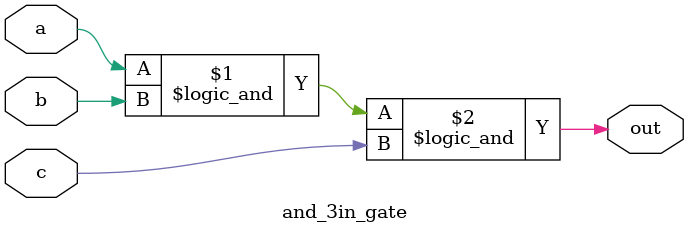
<source format=v>
module and_3in_gate(a,b,c,out);
    input a;
    input b;
    input c;
    output out;

    assign out = a && b && c;
endmodule
</source>
